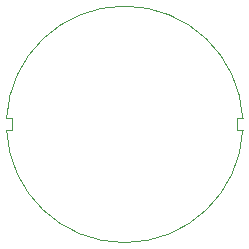
<source format=gm1>
%TF.GenerationSoftware,KiCad,Pcbnew,(6.0.7)*%
%TF.CreationDate,2022-11-15T15:07:51+01:00*%
%TF.ProjectId,tofncan,746f666e-6361-46e2-9e6b-696361645f70,rev?*%
%TF.SameCoordinates,Original*%
%TF.FileFunction,Profile,NP*%
%FSLAX46Y46*%
G04 Gerber Fmt 4.6, Leading zero omitted, Abs format (unit mm)*
G04 Created by KiCad (PCBNEW (6.0.7)) date 2022-11-15 15:07:51*
%MOMM*%
%LPD*%
G01*
G04 APERTURE LIST*
%TA.AperFunction,Profile*%
%ADD10C,0.100000*%
%TD*%
G04 APERTURE END LIST*
D10*
X109500000Y-100500000D02*
X110000000Y-100500000D01*
X110000000Y-99500000D02*
G75*
G03*
X90000000Y-99500000I-10000000J-500000D01*
G01*
X90000000Y-100500000D02*
G75*
G03*
X110000000Y-100500000I10000000J500000D01*
G01*
X110000000Y-99500000D02*
X109500000Y-99500000D01*
X90500000Y-100500000D02*
X90000000Y-100500000D01*
X109500000Y-99500000D02*
X109500000Y-100500000D01*
X90500000Y-99500000D02*
X90500000Y-100500000D01*
X90000000Y-99500000D02*
X90500000Y-99500000D01*
M02*

</source>
